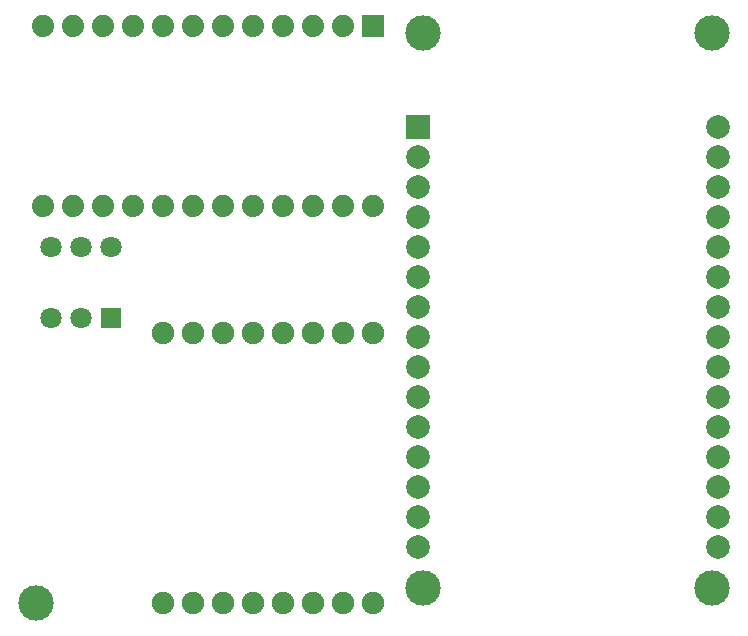
<source format=gts>
%TF.GenerationSoftware,KiCad,Pcbnew,(6.0.5)*%
%TF.CreationDate,2022-12-08T11:31:36+07:00*%
%TF.ProjectId,Device on bag,44657669-6365-4206-9f6e-206261672e6b,rev?*%
%TF.SameCoordinates,Original*%
%TF.FileFunction,Soldermask,Top*%
%TF.FilePolarity,Negative*%
%FSLAX46Y46*%
G04 Gerber Fmt 4.6, Leading zero omitted, Abs format (unit mm)*
G04 Created by KiCad (PCBNEW (6.0.5)) date 2022-12-08 11:31:36*
%MOMM*%
%LPD*%
G01*
G04 APERTURE LIST*
%ADD10C,1.905000*%
%ADD11R,1.800000X1.800000*%
%ADD12C,1.800000*%
%ADD13C,3.000000*%
%ADD14R,1.879600X1.879600*%
%ADD15C,1.879600*%
%ADD16R,2.000000X2.000000*%
%ADD17C,2.000000*%
G04 APERTURE END LIST*
D10*
%TO.C,U2*%
X135890000Y-81280000D03*
X133350000Y-81280000D03*
X130810000Y-81280000D03*
X128270000Y-81280000D03*
X125730000Y-81280000D03*
X123190000Y-81280000D03*
X120650000Y-81280000D03*
X118110000Y-81280000D03*
X118110000Y-104140000D03*
X120650000Y-104140000D03*
X123190000Y-104140000D03*
X125730000Y-104140000D03*
X128270000Y-104140000D03*
X130810000Y-104140000D03*
X133350000Y-104140000D03*
X135890000Y-104140000D03*
%TD*%
D11*
%TO.C,SW1*%
X113665000Y-80010000D03*
D12*
X111165000Y-80010000D03*
X108665000Y-80010000D03*
X113665000Y-74010000D03*
X111165000Y-74010000D03*
X108665000Y-74010000D03*
%TD*%
D13*
%TO.C,*%
X107315000Y-104140000D03*
%TD*%
D14*
%TO.C,U1*%
X135890000Y-55245000D03*
D15*
X133350000Y-55245000D03*
X130810000Y-55245000D03*
X128270000Y-55245000D03*
X125730000Y-55245000D03*
X123190000Y-55245000D03*
X120650000Y-55245000D03*
X118110000Y-55245000D03*
X115570000Y-55245000D03*
X113030000Y-55245000D03*
X110490000Y-55245000D03*
X107950000Y-55245000D03*
X107950000Y-70485000D03*
X110490000Y-70485000D03*
X113030000Y-70485000D03*
X115570000Y-70485000D03*
X118110000Y-70485000D03*
X120650000Y-70485000D03*
X123190000Y-70485000D03*
X125730000Y-70485000D03*
X128270000Y-70485000D03*
X130810000Y-70485000D03*
X133350000Y-70485000D03*
X135890000Y-70485000D03*
%TD*%
D13*
%TO.C,U3*%
X140120000Y-102850000D03*
X140120000Y-55900000D03*
X164630000Y-102850000D03*
X164630000Y-55900000D03*
D16*
X139700000Y-63860000D03*
D17*
X139700000Y-66400000D03*
X139700000Y-68940000D03*
X139700000Y-71480000D03*
X139700000Y-74020000D03*
X139700000Y-76560000D03*
X139700000Y-79100000D03*
X139700000Y-81640000D03*
X139700000Y-84180000D03*
X139700000Y-86720000D03*
X139700000Y-89260000D03*
X139700000Y-91800000D03*
X139700000Y-94340000D03*
X139700000Y-96880000D03*
X139700000Y-99420000D03*
X165100000Y-99420000D03*
X165100000Y-96880000D03*
X165100000Y-94340000D03*
X165100000Y-91800000D03*
X165100000Y-89260000D03*
X165100000Y-86720000D03*
X165100000Y-84180000D03*
X165100000Y-81640000D03*
X165100000Y-79100000D03*
X165100000Y-76560000D03*
X165100000Y-74020000D03*
X165100000Y-71480000D03*
X165100000Y-68940000D03*
X165100000Y-66400000D03*
X165100000Y-63860000D03*
%TD*%
M02*

</source>
